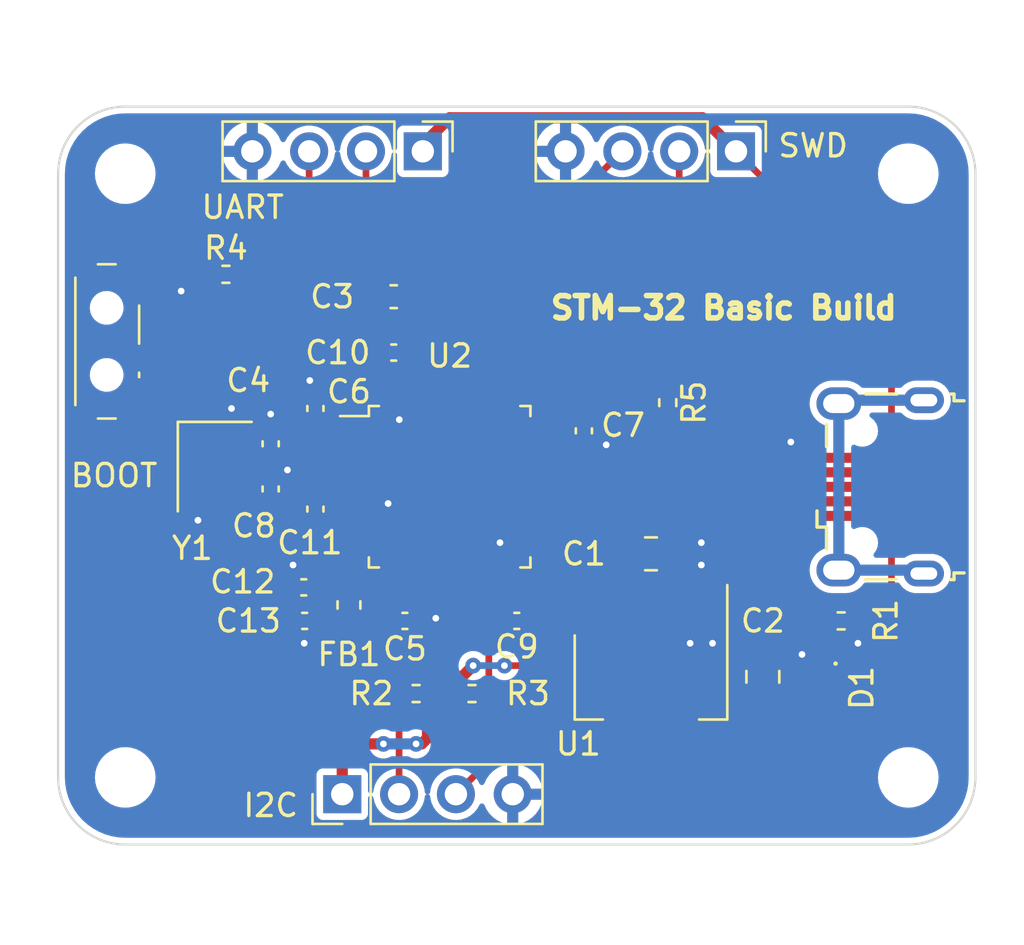
<source format=kicad_pcb>
(kicad_pcb (version 20211014) (generator pcbnew)
  (layers (0 "F.Cu" signal) (31 "B.Cu" power) (34 "B.Paste" user) (35 "F.Paste" user) (36 "B.SilkS" user "B.Silkscreen") (37 "F.SilkS" user "F.Silkscreen") (38 "B.Mask" user) (39 "F.Mask" user) (44 "Edge.Cuts" user))
  (net 0 "")
  (net 1 "VBUS")
  (net 2 "GND")
  (net 3 "+3V3")
  (net 4 "/HSE_IN")
  (net 5 "/NRST")
  (net 6 "/HSE_OUT")
  (net 7 "+3.3VA")
  (net 8 "Net-(D1-Pad1)")
  (net 9 "/I2C2_SCL")
  (net 10 "/I2C2_SDA")
  (net 11 "/UART1_TX")
  (net 12 "/UART1_RX")
  (net 13 "/SWDIO")
  (net 14 "/SWCLK")
  (net 15 "/USB_D-")
  (net 16 "/USB_D+")
  (net 18 "unconnected-(J4-Pad6)")
  (net 19 "/SW_BOOT0")
  (net 20 "/BOOT0")
  (footprint "Crystal:Crystal_SMD_3225-4Pin_3.2x2.5mm" (layer "F.Cu") (at 158.5 114.6 -90)
    (fp_text reference "Y1" (at 3.65 1 180) (layer "F.SilkS"))
    (fp_text value "16MHz")
    (fp_line (start -2 1.65) (end 2 1.65) (layer "F.SilkS") (width 0.12))
    (fp_line (start -2 -1.65) (end -2 1.65) (layer "F.SilkS") (width 0.12))
    (pad "1" smd rect (at -1.1 0.85 270) (size 1.4 1.2) (layers "F.Cu" "F.Paste" "F.Mask") (net 4 "/HSE_IN"))
    (pad "2" smd rect (at 1.1 0.85 270) (size 1.4 1.2) (layers "F.Cu" "F.Paste" "F.Mask") (net 2 "GND"))
    (pad "3" smd rect (at 1.1 -0.85 270) (size 1.4 1.2) (layers "F.Cu" "F.Paste" "F.Mask") (net 6 "/HSE_OUT"))
    (pad "4" smd rect (at -1.1 -0.85 270) (size 1.4 1.2) (layers "F.Cu" "F.Paste" "F.Mask") (net 2 "GND"))
  )
  (footprint "Capacitor_SMD:C_0402_1005Metric" (layer "F.Cu") (at 161 115.6 90)
    (fp_text reference "C8" (at -1.65 -0.75 180) (layer "F.SilkS"))
    (fp_text value "10p")
    (fp_line (start -0.107836 -0.36) (end 0.107836 -0.36) (layer "F.SilkS") (width 0.12))
    (fp_line (start -0.107836 0.36) (end 0.107836 0.36) (layer "F.SilkS") (width 0.12))
    (pad "1" smd roundrect (at -0.48 0 90) (size 0.56 0.62) (layers "F.Cu" "F.Paste" "F.Mask") (net 6 "/HSE_OUT"))
    (pad "2" smd roundrect (at 0.48 0 90) (size 0.56 0.62) (layers "F.Cu" "F.Paste" "F.Mask") (net 2 "GND"))
  )
  (footprint "Connector_PinHeader_2.54mm:PinHeader_1x04_P2.54mm_Vertical" (layer "F.Cu") (at 181.8 100.5 -90)
    (fp_text reference "J3")
    (fp_text value "Conn_01x04_Male")
    (fp_line (start -1.33 0) (end -1.33 -1.33) (layer "F.SilkS") (width 0.12))
    (fp_line (start -1.33 -1.33) (end 0 -1.33) (layer "F.SilkS") (width 0.12))
    (fp_line (start -1.33 1.27) (end 1.33 1.27) (layer "F.SilkS") (width 0.12))
    (fp_line (start 1.33 1.27) (end 1.33 8.95) (layer "F.SilkS") (width 0.12))
    (fp_line (start -1.33 1.27) (end -1.33 8.95) (layer "F.SilkS") (width 0.12))
    (fp_line (start -1.33 8.95) (end 1.33 8.95) (layer "F.SilkS") (width 0.12))
    (pad "1" thru_hole rect (at 0 0 270) (size 1.7 1.7) (drill 1) (layers *.Cu *.Mask) (net 3 "+3V3"))
    (pad "2" thru_hole oval (at 0 2.54 270) (size 1.7 1.7) (drill 1) (layers *.Cu *.Mask) (net 13 "/SWDIO"))
    (pad "3" thru_hole oval (at 0 5.08 270) (size 1.7 1.7) (drill 1) (layers *.Cu *.Mask) (net 14 "/SWCLK"))
    (pad "4" thru_hole oval (at 0 7.62 270) (size 1.7 1.7) (drill 1) (layers *.Cu *.Mask) (net 2 "GND"))
  )
  (footprint "Capacitor_SMD:C_0402_1005Metric" (layer "F.Cu") (at 163 112 90)
    (fp_text reference "C6" (at 0.75 1.5 180) (layer "F.SilkS"))
    (fp_text value "100n")
    (fp_line (start -0.107836 -0.36) (end 0.107836 -0.36) (layer "F.SilkS") (width 0.12))
    (fp_line (start -0.107836 0.36) (end 0.107836 0.36) (layer "F.SilkS") (width 0.12))
    (pad "1" smd roundrect (at -0.48 0 90) (size 0.56 0.62) (layers "F.Cu" "F.Paste" "F.Mask") (net 3 "+3V3"))
    (pad "2" smd roundrect (at 0.48 0 90) (size 0.56 0.62) (layers "F.Cu" "F.Paste" "F.Mask") (net 2 "GND"))
  )
  (footprint "Resistor_SMD:R_0402_1005Metric" (layer "F.Cu") (at 159 106)
    (fp_text reference "R4" (at 0 -1.17) (layer "F.SilkS"))
    (fp_text value "10k")
    (fp_line (start -0.153641 -0.38) (end 0.153641 -0.38) (layer "F.SilkS") (width 0.12))
    (fp_line (start -0.153641 0.38) (end 0.153641 0.38) (layer "F.SilkS") (width 0.12))
    (pad "1" smd roundrect (at -0.51 0) (size 0.54 0.64) (layers "F.Cu" "F.Paste" "F.Mask") (net 19 "/SW_BOOT0"))
    (pad "2" smd roundrect (at 0.51 0) (size 0.54 0.64) (layers "F.Cu" "F.Paste" "F.Mask") (net 20 "/BOOT0"))
  )
  (footprint "Capacitor_SMD:C_0402_1005Metric" (layer "F.Cu") (at 161 113.58 90)
    (fp_text reference "C4" (at 2.83 -1 180) (layer "F.SilkS"))
    (fp_text value "10p")
    (fp_line (start -0.107836 -0.36) (end 0.107836 -0.36) (layer "F.SilkS") (width 0.12))
    (fp_line (start -0.107836 0.36) (end 0.107836 0.36) (layer "F.SilkS") (width 0.12))
    (pad "1" smd roundrect (at -0.48 0 90) (size 0.56 0.62) (layers "F.Cu" "F.Paste" "F.Mask") (net 4 "/HSE_IN"))
    (pad "2" smd roundrect (at 0.48 0 90) (size 0.56 0.62) (layers "F.Cu" "F.Paste" "F.Mask") (net 2 "GND"))
  )
  (footprint "Resistor_SMD:R_0402_1005Metric" (layer "F.Cu") (at 178.75 111.74 -90)
    (fp_text reference "R5" (at 0 -1.17 90) (layer "F.SilkS"))
    (fp_text value "1k5")
    (fp_line (start -0.153641 0.38) (end 0.153641 0.38) (layer "F.SilkS") (width 0.12))
    (fp_line (start -0.153641 -0.38) (end 0.153641 -0.38) (layer "F.SilkS") (width 0.12))
    (pad "1" smd roundrect (at -0.51 0 270) (size 0.54 0.64) (layers "F.Cu" "F.Paste" "F.Mask") (net 3 "+3V3"))
    (pad "2" smd roundrect (at 0.51 0 270) (size 0.54 0.64) (layers "F.Cu" "F.Paste" "F.Mask") (net 16 "/USB_D+"))
  )
  (footprint "Capacitor_SMD:C_0805_2012Metric" (layer "F.Cu") (at 178 118.5)
    (fp_text reference "C1" (at -3 0) (layer "F.SilkS"))
    (fp_text value "22u")
    (fp_line (start -0.261252 -0.735) (end 0.261252 -0.735) (layer "F.SilkS") (width 0.12))
    (fp_line (start -0.261252 0.735) (end 0.261252 0.735) (layer "F.SilkS") (width 0.12))
    (pad "1" smd roundrect (at -0.95 0) (size 1 1.45) (layers "F.Cu" "F.Paste" "F.Mask") (net 1 "VBUS"))
    (pad "2" smd roundrect (at 0.95 0) (size 1 1.45) (layers "F.Cu" "F.Paste" "F.Mask") (net 2 "GND"))
  )
  (footprint "MountingHole:MountingHole_2.1mm" (layer "F.Cu") (at 154.5 101.5)
    (fp_text reference "H4")
    (fp_text value "MountingHole")
    (pad "" np_thru_hole circle (at 0 0) (size 2.1 2.1) (drill 2.1) (layers *.Cu *.Mask))
  )
  (footprint "Capacitor_SMD:C_0402_1005Metric" (layer "F.Cu") (at 172 121.5 180)
    (fp_text reference "C9" (at 0 -1.16) (layer "F.SilkS"))
    (fp_text value "100n")
    (fp_line (start -0.107836 0.36) (end 0.107836 0.36) (layer "F.SilkS") (width 0.12))
    (fp_line (start -0.107836 -0.36) (end 0.107836 -0.36) (layer "F.SilkS") (width 0.12))
    (pad "1" smd roundrect (at -0.48 0 180) (size 0.56 0.62) (layers "F.Cu" "F.Paste" "F.Mask") (net 3 "+3V3"))
    (pad "2" smd roundrect (at 0.48 0 180) (size 0.56 0.62) (layers "F.Cu" "F.Paste" "F.Mask") (net 2 "GND"))
  )
  (footprint "Button_Switch_SMD:SW_SPDT_PCM12" (layer "F.Cu") (at 154 109 -90)
    (fp_text reference "SW1")
    (fp_text value "SW_SPDT")
    (fp_line (start 3.45 0.72) (end 3.45 -0.07) (layer "F.SilkS") (width 0.12))
    (fp_line (start -2.85 1.73) (end 2.85 1.73) (layer "F.SilkS") (width 0.12))
    (fp_line (start 1.4 -1.12) (end 1.6 -1.12) (layer "F.SilkS") (width 0.12))
    (fp_line (start -1.6 -1.12) (end 0.1 -1.12) (layer "F.SilkS") (width 0.12))
    (fp_line (start -3.45 -0.07) (end -3.45 0.72) (layer "F.SilkS") (width 0.12))
    (pad "" np_thru_hole circle (at -1.5 0.33 270) (size 0.9 0.9) (drill 0.9) (layers *.Cu *.Mask))
    (pad "" smd rect (at -3.65 -0.78 270) (size 1 0.8) (layers "F.Cu" "F.Paste" "F.Mask"))
    (pad "" smd rect (at 3.65 1.43 270) (size 1 0.8) (layers "F.Cu" "F.Paste" "F.Mask"))
    (pad "" smd rect (at -3.65 1.43 270) (size 1 0.8) (layers "F.Cu" "F.Paste" "F.Mask"))
    (pad "" smd rect (at 3.65 -0.78 270) (size 1 0.8) (layers "F.Cu" "F.Paste" "F.Mask"))
    (pad "" np_thru_hole circle (at 1.5 0.33 270) (size 0.9 0.9) (drill 0.9) (layers *.Cu *.Mask))
    (pad "1" smd rect (at -2.25 -1.43 270) (size 0.7 1.5) (layers "F.Cu" "F.Paste" "F.Mask") (net 2 "GND"))
    (pad "2" smd rect (at 0.75 -1.43 270) (size 0.7 1.5) (layers "F.Cu" "F.Paste" "F.Mask") (net 19 "/SW_BOOT0"))
    (pad "3" smd rect (at 2.25 -1.43 270) (size 0.7 1.5) (layers "F.Cu" "F.Paste" "F.Mask") (net 3 "+3V3"))
  )
  (footprint "Capacitor_SMD:C_0805_2012Metric" (layer "F.Cu") (at 183 124 90)
    (fp_text reference "C2" (at 2.5 0 180) (layer "F.SilkS"))
    (fp_text value "22u")
    (fp_line (start -0.261252 0.735) (end 0.261252 0.735) (layer "F.SilkS") (width 0.12))
    (fp_line (start -0.261252 -0.735) (end 0.261252 -0.735) (layer "F.SilkS") (width 0.12))
    (pad "1" smd roundrect (at -0.95 0 90) (size 1 1.45) (layers "F.Cu" "F.Paste" "F.Mask") (net 3 "+3V3"))
    (pad "2" smd roundrect (at 0.95 0 90) (size 1 1.45) (layers "F.Cu" "F.Paste" "F.Mask") (net 2 "GND"))
  )
  (footprint "Capacitor_SMD:C_0402_1005Metric" (layer "F.Cu") (at 175 113 -90)
    (fp_text reference "C7" (at -0.25 -1.75 180) (layer "F.SilkS"))
    (fp_text value "100n")
    (fp_line (start -0.107836 0.36) (end 0.107836 0.36) (layer "F.SilkS") (width 0.12))
    (fp_line (start -0.107836 -0.36) (end 0.107836 -0.36) (layer "F.SilkS") (width 0.12))
    (pad "1" smd roundrect (at -0.48 0 270) (size 0.56 0.62) (layers "F.Cu" "F.Paste" "F.Mask") (net 3 "+3V3"))
    (pad "2" smd roundrect (at 0.48 0 270) (size 0.56 0.62) (layers "F.Cu" "F.Paste" "F.Mask") (net 2 "GND"))
  )
  (footprint "Package_TO_SOT_SMD:SOT-223-3_TabPin2" (layer "F.Cu") (at 178 124 -90)
    (fp_text reference "U1" (at 3 3.25 180) (layer "F.SilkS"))
    (fp_text value "AMS1117-3.3")
    (fp_line (start -4.1 -3.41) (end 1.91 -3.41) (layer "F.SilkS") (width 0.12))
    (fp_line (start 1.91 3.41) (end 1.91 2.15) (layer "F.SilkS") (width 0.12))
    (fp_line (start -1.85 3.41) (end 1.91 3.41) (layer "F.SilkS") (width 0.12))
    (fp_line (start 1.91 -3.41) (end 1.91 -2.15) (layer "F.SilkS") (width 0.12))
    (pad "1" smd rect (at -3.15 -2.3 270) (size 2 1.5) (layers "F.Cu" "F.Paste" "F.Mask") (net 2 "GND"))
    (pad "2" smd rect (at -3.15 0 270) (size 2 1.5) (layers "F.Cu" "F.Paste" "F.Mask") (net 3 "+3V3"))
    (pad "2" smd rect (at 3.15 0 270) (size 2 3.8) (layers "F.Cu" "F.Paste" "F.Mask") (net 3 "+3V3"))
    (pad "3" smd rect (at -3.15 2.3 270) (size 2 1.5) (layers "F.Cu" "F.Paste" "F.Mask") (net 1 "VBUS"))
  )
  (footprint "Resistor_SMD:R_0402_1005Metric" (layer "F.Cu") (at 186.5 121.5)
    (fp_text reference "R1" (at 2 0 90) (layer "F.SilkS"))
    (fp_text value "1k5")
    (fp_line (start -0.153641 0.38) (end 0.153641 0.38) (layer "F.SilkS") (width 0.12))
    (fp_line (start -0.153641 -0.38) (end 0.153641 -0.38) (layer "F.SilkS") (width 0.12))
    (pad "1" smd roundrect (at -0.51 0) (size 0.54 0.64) (layers "F.Cu" "F.Paste" "F.Mask") (net 8 "Net-(D1-Pad1)"))
    (pad "2" smd roundrect (at 0.51 0) (size 0.54 0.64) (layers "F.Cu" "F.Paste" "F.Mask") (net 2 "GND"))
  )
  (footprint "Capacitor_SMD:C_0402_1005Metric" (layer "F.Cu") (at 162.48 120 180)
    (fp_text reference "C12" (at 2.73 0.25) (layer "F.SilkS"))
    (fp_text value "1u")
    (fp_line (start -0.107836 -0.36) (end 0.107836 -0.36) (layer "F.SilkS") (width 0.12))
    (fp_line (start -0.107836 0.36) (end 0.107836 0.36) (layer "F.SilkS") (width 0.12))
    (pad "1" smd roundrect (at -0.48 0 180) (size 0.56 0.62) (layers "F.Cu" "F.Paste" "F.Mask") (net 7 "+3.3VA"))
    (pad "2" smd roundrect (at 0.48 0 180) (size 0.56 0.62) (layers "F.Cu" "F.Paste" "F.Mask") (net 2 "GND"))
  )
  (footprint "Inductor_SMD:L_0603_1608Metric" (layer "F.Cu") (at 164.5 120.7875 -90)
    (fp_text reference "FB1" (at 2.2125 0) (layer "F.SilkS"))
    (fp_text value "120R")
    (fp_line (start -0.162779 0.51) (end 0.162779 0.51) (layer "F.SilkS") (width 0.12))
    (fp_line (start -0.162779 -0.51) (end 0.162779 -0.51) (layer "F.SilkS") (width 0.12))
    (pad "1" smd roundrect (at -0.7875 0 270) (size 0.875 0.95) (layers "F.Cu" "F.Paste" "F.Mask") (net 7 "+3.3VA"))
    (pad "2" smd roundrect (at 0.7875 0 270) (size 0.875 0.95) (layers "F.Cu" "F.Paste" "F.Mask") (net 3 "+3V3"))
  )
  (footprint "Capacitor_SMD:C_0402_1005Metric" (layer "F.Cu") (at 162.52 121.5)
    (fp_text reference "C13" (at -2.52 0) (layer "F.SilkS"))
    (fp_text value "1u")
    (fp_line (start -0.107836 0.36) (end 0.107836 0.36) (layer "F.SilkS") (width 0.12))
    (fp_line (start -0.107836 -0.36) (end 0.107836 -0.36) (layer "F.SilkS") (width 0.12))
    (pad "1" smd roundrect (at -0.48 0) (size 0.56 0.62) (layers "F.Cu" "F.Paste" "F.Mask") (net 3 "+3V3"))
    (pad "2" smd roundrect (at 0.48 0) (size 0.56 0.62) (layers "F.Cu" "F.Paste" "F.Mask") (net 2 "GND"))
  )
  (footprint "Connector_PinHeader_2.54mm:PinHeader_1x04_P2.54mm_Vertical" (layer "F.Cu") (at 164.2 129.25 90)
    (fp_text reference "J1")
    (fp_text value "Conn_01x04_Male")
    (fp_line (start -1.33 0) (end -1.33 -1.33) (layer "F.SilkS") (width 0.12))
    (fp_line (start -1.33 1.27) (end 1.33 1.27) (layer "F.SilkS") (width 0.12))
    (fp_line (start -1.33 -1.33) (end 0 -1.33) (layer "F.SilkS") (width 0.12))
    (fp_line (start -1.33 1.27) (end -1.33 8.95) (layer "F.SilkS") (width 0.12))
    (fp_line (start 1.33 1.27) (end 1.33 8.95) (layer "F.SilkS") (width 0.12))
    (fp_line (start -1.33 8.95) (end 1.33 8.95) (layer "F.SilkS") (width 0.12))
    (pad "1" thru_hole rect (at 0 0 90) (size 1.7 1.7) (drill 1) (layers *.Cu *.Mask) (net 3 "+3V3"))
    (pad "2" thru_hole oval (at 0 2.54 90) (size 1.7 1.7) (drill 1) (layers *.Cu *.Mask) (net 9 "/I2C2_SCL"))
    (pad "3" thru_hole oval (at 0 5.08 90) (size 1.7 1.7) (drill 1) (layers *.Cu *.Mask) (net 10 "/I2C2_SDA"))
    (pad "4" thru_hole oval (at 0 7.62 90) (size 1.7 1.7) (drill 1) (layers *.Cu *.Mask) (net 2 "GND"))
  )
  (footprint "MountingHole:MountingHole_2.1mm" (layer "F.Cu") (at 154.5 128.5)
    (fp_text reference "H1")
    (fp_text value "MountingHole")
    (pad "" np_thru_hole circle (at 0 0) (size 2.1 2.1) (drill 2.1) (layers *.Cu *.Mask))
  )
  (footprint "Capacitor_SMD:C_0402_1005Metric" (layer "F.Cu") (at 166.5 109.5)
    (fp_text reference "C10" (at -2.5 0) (layer "F.SilkS"))
    (fp_text value "100n")
    (fp_line (start -0.107836 0.36) (end 0.107836 0.36) (layer "F.SilkS") (width 0.12))
    (fp_line (start -0.107836 -0.36) (end 0.107836 -0.36) (layer "F.SilkS") (width 0.12))
    (pad "1" smd roundrect (at -0.48 0) (size 0.56 0.62) (layers "F.Cu" "F.Paste" "F.Mask") (net 3 "+3V3"))
    (pad "2" smd roundrect (at 0.48 0) (size 0.56 0.62) (layers "F.Cu" "F.Paste" "F.Mask") (net 2 "GND"))
  )
  (footprint "Capacitor_SMD:C_0402_1005Metric" (layer "F.Cu") (at 163 116.5 90)
    (fp_text reference "C11" (at -1.5 -0.25 180) (layer "F.SilkS"))
    (fp_text value "10n")
    (fp_line (start -0.107836 -0.36) (end 0.107836 -0.36) (layer "F.SilkS") (width 0.12))
    (fp_line (start -0.107836 0.36) (end 0.107836 0.36) (layer "F.SilkS") (width 0.12))
    (pad "1" smd roundrect (at -0.48 0 90) (size 0.56 0.62) (layers "F.Cu" "F.Paste" "F.Mask") (net 7 "+3.3VA"))
    (pad "2" smd roundrect (at 0.48 0 90) (size 0.56 0.62) (layers "F.Cu" "F.Paste" "F.Mask") (net 2 "GND"))
  )
  (footprint "MountingHole:MountingHole_2.1mm" (layer "F.Cu") (at 189.5 128.5)
    (fp_text reference "H2")
    (fp_text value "MountingHole")
    (pad "" np_thru_hole circle (at 0 0) (size 2.1 2.1) (drill 2.1) (layers *.Cu *.Mask))
  )
  (footprint "Capacitor_SMD:C_0603_1608Metric" (layer "F.Cu") (at 166.5 107)
    (fp_text reference "C3" (at -2.75 0) (layer "F.SilkS"))
    (fp_text value "10u")
    (fp_line (start -0.14058 0.51) (end 0.14058 0.51) (layer "F.SilkS") (width 0.12))
    (fp_line (start -0.14058 -0.51) (end 0.14058 -0.51) (layer "F.SilkS") (width 0.12))
    (pad "1" smd roundrect (at -0.775 0) (size 0.9 0.95) (layers "F.Cu" "F.Paste" "F.Mask") (net 3 "+3V3"))
    (pad "2" smd roundrect (at 0.775 0) (size 0.9 0.95) (layers "F.Cu" "F.Paste" "F.Mask") (net 2 "GND"))
  )
  (footprint "Connector_PinHeader_2.54mm:PinHeader_1x04_P2.54mm_Vertical" (layer "F.Cu") (at 167.8 100.5 -90)
    (fp_text reference "J2")
    (fp_text value "Conn_01x04_Male")
    (fp_line (start -1.33 -1.33) (end 0 -1.33) (layer "F.SilkS") (width 0.12))
    (fp_line (start -1.33 8.95) (end 1.33 8.95) (layer "F.SilkS") (width 0.12))
    (fp_line (start -1.33 1.27) (end 1.33 1.27) (layer "F.SilkS") (width 0.12))
    (fp_line (start -1.33 0) (end -1.33 -1.33) (layer "F.SilkS") (width 0.12))
    (fp_line (start -1.33 1.27) (end -1.33 8.95) (layer "F.SilkS") (width 0.12))
    (fp_line (start 1.33 1.27) (end 1.33 8.95) (layer "F.SilkS") (width 0.12))
    (pad "1" thru_hole rect (at 0 0 270) (size 1.7 1.7) (drill 1) (layers *.Cu *.Mask) (net 3 "+3V3"))
    (pad "2" thru_hole oval (at 0 2.54 270) (size 1.7 1.7) (drill 1) (layers *.Cu *.Mask) (net 11 "/UART1_TX"))
    (pad "3" thru_hole oval (at 0 5.08 270) (size 1.7 1.7) (drill 1) (layers *.Cu *.Mask) (net 12 "/UART1_RX"))
    (pad "4" thru_hole oval (at 0 7.62 270) (size 1.7 1.7) (drill 1) (layers *.Cu *.Mask) (net 2 "GND"))
  )
  (footprint "Resistor_SMD:R_0402_1005Metric" (layer "F.Cu") (at 167.5 124.75 180)
    (fp_text reference "R2" (at 2 0) (layer "F.SilkS"))
    (fp_text value "1k5")
    (fp_line (start -0.153641 -0.38) (end 0.153641 -0.38) (layer "F.SilkS") (width 0.12))
    (fp_line (start -0.153641 0.38) (end 0.153641 0.38) (layer "F.SilkS") (width 0.12))
    (pad "1" smd roundrect (at -0.51 0 180) (size 0.54 0.64) (layers "F.Cu" "F.Paste" "F.Mask") (net 3 "+3V3"))
    (pad "2" smd roundrect (at 0.51 0 180) (size 0.54 0.64) (layers "F.Cu" "F.Paste" "F.Mask") (net 9 "/I2C2_SCL"))
  )
  (footprint "Package_QFP:LQFP-48_7x7mm_P0.5mm" (layer "F.Cu") (at 169 115.5)
    (fp_text reference "U2" (at 0 -5.85) (layer "F.SilkS"))
    (fp_text value "STM32F103C8T6")
    (fp_line (start -3.16 3.61) (end -3.61 3.61) (layer "F.SilkS") (width 0.12))
    (fp_line (start -3.61 -3.16) (end -4.9 -3.16) (layer "F.SilkS") (width 0.12))
    (fp_line (start 3.61 -3.61) (end 3.61 -3.16) (layer "F.SilkS") (width 0.12))
    (fp_line (start -3.61 3.61) (end -3.61 3.16) (layer "F.SilkS") (width 0.12))
    (fp_line (start 3.16 3.61) (end 3.61 3.61) (layer "F.SilkS") (width 0.12))
    (fp_line (start -3.16 -3.61) (end -3.61 -3.61) (layer "F.SilkS") (width 0.12))
    (fp_line (start 3.61 3.61) (end 3.61 3.16) (layer "F.SilkS") (width 0.12))
    (fp_line (start -3.61 -3.61) (end -3.61 -3.16) (layer "F.SilkS") (width 0.12))
    (fp_line (start 3.16 -3.61) (end 3.61 -3.61) (layer "F.SilkS") (width 0.12))
    (pad "1" smd roundrect (at -4.1625 -2.75) (size 1.475 0.3) (layers "F.Cu" "F.Paste" "F.Mask") (net 3 "+3V3"))
    (pad "2" smd roundrect (at -4.1625 -2.25) (size 1.475 0.3) (layers "F.Cu" "F.Paste" "F.Mask"))
    (pad "3" smd roundrect (at -4.1625 -1.75) (size 1.475 0.3) (layers "F.Cu" "F.Paste" "F.Mask"))
    (pad "4" smd roundrect (at -4.1625 -1.25) (size 1.475 0.3) (layers "F.Cu" "F.Paste" "F.Mask"))
    (pad "5" smd roundrect (at -4.1625 -0.75) (size 1.475 0.3) (layers "F.Cu" "F.Paste" "F.Mask") (net 4 "/HSE_IN"))
    (pad "6" smd roundrect (at -4.1625 -0.25) (size 1.475 0.3) (layers "F.Cu" "F.Paste" "F.Mask") (net 6 "/HSE_OUT"))
    (pad "7" smd roundrect (at -4.1625 0.25) (size 1.475 0.3) (layers "F.Cu" "F.Paste" "F.Mask") (net 5 "/NRST"))
    (pad "8" smd roundrect (at -4.1625 0.75) (size 1.475 0.3) (layers "F.Cu" "F.Paste" "F.Mask") (net 2 "GND"))
    (pad "9" smd roundrect (at -4.1625 1.25) (size 1.475 0.3) (layers "F.Cu" "F.Paste" "F.Mask") (net 7 "+3.3VA"))
    (pad "10" smd roundrect (at -4.1625 1.75) (size 1.475 0.3) (layers "F.Cu" "F.Paste" "F.Mask"))
    (pad "11" smd roundrect (at -4.1625 2.25) (size 1.475 0.3) (layers "F.Cu" "F.Paste" "F.Mask"))
    (pad "12" smd roundrect (at -4.1625 2.75) (size 1.475 0.3) (layers "F.Cu" "F.Paste" "F.Mask"))
    (pad "13" smd roundrect (at -2.75 4.1625) (size 0.3 1.475) (layers "F.Cu" "F.Paste" "F.Mask"))
    (pad "14" smd roundrect (at -2.25 4.1625) (size 0.3 1.475) (layers "F.Cu" "F.Paste" "F.Mask"))
    (pad "15" smd roundrect (at -1.75 4.1625) (size 0.3 1.475) (layers "F.Cu" "F.Paste" "F.Mask"))
    (pad "16" smd roundrect (at -1.25 4.1625) (size 0.3 1.475) (layers "F.Cu" "F.Paste" "F.Mask"))
    (pad "17" smd roundrect (at -0.75 4.1625) (size 0.3 1.475) (layers "F.Cu" "F.Paste" "F.Mask"))
    (pad "18" smd roundrect (at -0.25 4.1625) (size 0.3 1.475) (layers "F.Cu" "F.Paste" "F.Mask"))
    (pad "19" smd roundrect (at 0.25 4.1625) (size 0.3 1.475) (layers "F.Cu" "F.Paste" "F.Mask"))
    (pad "20" smd roundrect (at 0.75 4.1625) (size 0.3 1.475) (layers "F.Cu" "F.Paste" "F.Mask"))
    (pad "21" smd roundrect (at 1.25 4.1625) (size 0.3 1.475) (layers "F.Cu" "F.Paste" "F.Mask") (net 9 "/I2C2_SCL"))
    (pad "22" smd roundrect (at 1.75 4.1625) (size 0.3 1.475) (layers "F.Cu" "F.Paste" "F.Mask") (net 10 "/I2C2_SDA"))
    (pad "23" smd roundrect (at 2.25 4.1625) (size 0.3 1.475) (layers "F.Cu" "F.Paste" "F.Mask") (net 2 "GND"))
    (pad "24" smd roundrect (at 2.75 4.1625) (size 0.3 1.475) (layers "F.Cu" "F.Paste" "F.Mask") (net 3 "+3V3"))
    (pad "25" smd roundrect (at 4.1625 2.75) (size 1.475 0.3) (layers "F.Cu" "F.Paste" "F.Mask"))
    (pad "26" smd roundrect (at 4.1625 2.25) (size 1.475 0.3) (layers "F.Cu" "F.Paste" "F.Mask"))
    (pad "27" smd roundrect (at 4.1625 1.75) (size 1.475 0.3) (layers "F.Cu" "F.Paste" "F.Mask"))
    (pad "28" smd roundrect (at 4.1625 1.25) (size 1.475 0.3) (layers "F.Cu" "F.Paste" "F.Mask"))
    (pad "29" smd roundrect (at 4.1625 0.75) (size 1.475 0.3) (layers "F.Cu" "F.Paste" "F.Mask"))
    (pad "30" smd roundrect (at 4.1625 0.25) (size 1.475 0.3) (layers "F.Cu" "F.Paste" "F.Mask"))
    (pad "31" smd roundrect (at 4.1625 -0.25) (size 1.475 0.3) (layers "F.Cu" "F.Paste" "F.Mask"))
    (pad "32" smd roundrect (at 4.1625 -0.75) (size 1.475 0.3) (layers "F.Cu" "F.Paste" "F.Mask") (net 15 "/USB_D-"))
    (pad "33" smd roundrect (at 4.1625 -1.25) (size 1.475 0.3) (layers "F.Cu" "F.Paste" "F.Mask") (net 16 "/USB_D+"))
    (pad "34" smd roundrect (at 4.1625 -1.75) (size 1.475 0.3) (layers "F.Cu" "F.Paste" "F.Mask") (net 13 "/SWDIO"))
    (pad "35" smd roundrect (at 4.1625 -2.25) (size 1.475 0.3) (layers "F.Cu" "F.Paste" "F.Mask") (net 2 "GND"))
    (pad "36" smd roundrect (at 4.1625 -2.75) (size 1.475 0.3) (layers "F.Cu" "F.Paste" "F.Mask") (net 3 "+3V3"))
    (pad "37" smd roundrect (at 2.75 -4.1625) (size 0.3 1.475) (layers "F.Cu" "F.Paste" "F.Mask") (net 14 "/SWCLK"))
    (pad "38" smd roundrect (at 2.25 -4.1625) (size 0.3 1.475) (layers "F.Cu" "F.Paste" "F.Mask"))
    (pad "39" smd roundrect (at 1.75 -4.1625) (size 0.3 1.475) (layers "F.Cu" "F.Paste" "F.Mask"))
    (pad "40" smd roundrect (at 1.25 -4.1625) (size 0.3 1.475) (layers "F.Cu" "F.Paste" "F.Mask"))
    (pad "41" smd roundrect (at 0.75 -4.1625) (size 0.3 1.475) (layers "F.Cu" "F.Paste" "F.Mask"))
    (pad "42" smd roundrect (at 0.25 -4.1625) (size 0.3 1.475) (layers "F.Cu" "F.Paste" "F.Mask") (net 11 "/UART1_TX"))
    (pad "43" smd roundrect (at -0.25 -4.1625) (size 0.3 1.475) (layers "F.Cu" "F.Paste" "F.Mask") (net 12 "/UART1_RX"))
    (pad "44" smd roundrect (at -0.75 -4.1625) (size 0.3 1.475) (layers "F.Cu" "F.Paste" "F.Mask") (net 20 "/BOOT0"))
    (pad "45" smd roundrect (at -1.25 -4.1625) (size 0.3 1.475) (layers "F.Cu" "F.Paste" "F.Mask"))
    (pad "46" smd roundrect (at -1.75 -4.1625) (size 0.3 1.475) (layers "F.Cu" "F.Paste" "F.Mask"))
    (pad "47" smd roundrect (at -2.25 -4.1625) (size 0.3 1.475) (layers "F.Cu" "F.Paste" "F.Mask") (net 2 "GND"))
    (pad "48" smd roundrect (at -2.75 -4.1625) (size 0.3 1.475) (layers "F.Cu" "F.Paste" "F.Mask") (net 3 "+3V3"))
  )
  (footprint "Resistor_SMD:R_0402_1005Metric" (layer "F.Cu") (at 170 124.75)
    (fp_text reference "R3" (at 2.5 0) (layer "F.SilkS"))
    (fp_text value "1k5")
    (fp_line (start -0.153641 0.38) (end 0.153641 0.38) (layer "F.SilkS") (width 0.12))
    (fp_line (start -0.153641 -0.38) (end 0.153641 -0.38) (layer "F.SilkS") (width 0.12))
    (pad "1" smd roundrect (at -0.51 0) (size 0.54 0.64) (layers "F.Cu" "F.Paste" "F.Mask") (net 3 "+3V3"))
    (pad "2" smd roundrect (at 0.51 0) (size 0.54 0.64) (layers "F.Cu" "F.Paste" "F.Mask") (net 10 "/I2C2_SDA"))
  )
  (footprint "LED_SMD:LED_0402_1005Metric" (layer "F.Cu") (at 186.25 124.5 -90)
    (fp_text reference "D1" (at 0 -1.17 -90) (layer "F.SilkS"))
    (fp_text value "RED")
    (fp_circle (center -1.09 0) (end -1.04 0) (layer "F.SilkS") (width 0.1) (fill none))
    (pad "1" smd roundrect (at -0.485 0 270) (size 0.59 0.64) (layers "F.Cu" "F.Paste" "F.Mask") (net 8 "Net-(D1-Pad1)"))
    (pad "2" smd roundrect (at 0.485 0 270) (size 0.59 0.64) (layers "F.Cu" "F.Paste" "F.Mask") (net 3 "+3V3"))
  )
  (footprint "Capacitor_SMD:C_0402_1005Metric" (layer "F.Cu") (at 167 121.5)
    (fp_text reference "C5" (at 0 1.25) (layer "F.SilkS"))
    (fp_text value "100n")
    (fp_line (start -0.107836 0.36) (end 0.107836 0.36) (layer "F.SilkS") (width 0.12))
    (fp_line (start -0.107836 -0.36) (end 0.107836 -0.36) (layer "F.SilkS") (width 0.12))
    (pad "1" smd roundrect (at -0.48 0) (size 0.56 0.62) (layers "F.Cu" "F.Paste" "F.Mask") (net 5 "/NRST"))
    (pad "2" smd roundrect (at 0.48 0) (size 0.56 0.62) (layers "F.Cu" "F.Paste" "F.Mask") (net 2 "GND"))
  )
  (footprint "MountingHole:MountingHole_2.1mm" (layer "F.Cu") (at 189.5 101.5)
    (fp_text reference "H3")
    (fp_text value "MountingHole")
    (pad "" np_thru_hole circle (at 0 0) (size 2.1 2.1) (drill 2.1) (layers *.Cu *.Mask))
  )
  (footprint "Connector_USB:USB_Micro-B_Wuerth_629105150521" (layer "F.Cu") (at 188.245 115.505 90)
    (fp_text reference "J4")
    (fp_text value "USB_B_Micro")
    (fp_line (start -1.8 -2.4) (end -2.8 -2.4) (layer "F.SilkS") (width 0.15))
    (fp_line (start 3.85 3.75) (end 3.85 3.3) (layer "F.SilkS") (width 0.15))
    (fp_line (start 3.85 3.3) (end 4.15 3.3) (layer "F.SilkS") (width 0.15))
    (fp_line (start -4.15 3.3) (end -3.85 3.3) (layer "F.SilkS") (width 0.15))
    (fp_line (start -3.85 3.3) (end -3.85 3.75) (layer "F.SilkS") (width 0.15))
    (fp_line (start 1.8 -2.4) (end 2.8 -2.4) (layer "F.SilkS") (width 0.15))
    (fp_line (start -1.075 -2.825) (end -1.8 -2.825) (layer "F.SilkS") (width 0.15))
    (fp_line (start -4.15 -0.65) (end -4.15 0.75) (layer "F.SilkS") (width 0.15))
    (fp_line (start -4.15 3.15) (end -4.15 3.3) (layer "F.SilkS") (width 0.15))
    (fp_line (start 4.15 0.75) (end 4.15 -0.65) (layer "F.SilkS") (width 0.15))
    (fp_line (start -1.8 -2.825) (end -1.8 -2.4) (layer "F.SilkS") (width 0.15))
    (fp_line (start 4.15 3.3) (end 4.15 3.15) (layer "F.SilkS") (width 0.15))
    (pad "" np_thru_hole oval (at 2.5 -0.8 90) (size 0.8 0.8) (drill 0.8) (layers *.Cu *.Mask))
    (pad "" np_thru_hole oval (at -2.5 -0.8 90) (size 0.8 0.8) (drill 0.8) (layers *.Cu *.Mask))
    (pad "1" smd rect (at -1.3 -1.9 90) (size 0.45 1.3) (layers "F.Cu" "F.Paste" "F.Mask") (net 1 "VBUS"))
    (pad "2" smd rect (at -0.65 -1.9 90) (size 0.45 1.3) (layers "F.Cu" "F.Paste" "F.Mask") (net 15 "/USB_D-"))
    (pad "3" smd rect (at 0 -1.9 90) (size 0.45 1.3) (layers "F.Cu" "F.Paste" "F.Mask") (net 16 "/USB_D+"))
    (pad "4" smd rect (at 0.65 -1.9 90) (size 0.45 1.3) (layers "F.Cu" "F.Paste" "F.Mask"))
    (pad "5" smd rect (at 1.3 -1.9 90) (size 0.45 1.3) (layers "F.Cu" "F.Paste" "F.Mask") (net 2 "GND"))
    (pad "6" thru_hole oval (at 3.725 -1.85 90) (size 1.45 2) (drill oval 0.85 1.4) (layers *.Cu *.Mask) (net 18 "unconnected-(J4-Pad6)"))
    (pad "6" thru_hole oval (at 3.875 1.95 90) (size 1.15 1.8) (drill oval 0.55 1.2) (layers *.Cu *.Mask) (net 18 "unconnected-(J4-Pad6)"))
    (pad "6" thru_hole oval (at -3.875 1.95 90) (size 1.15 1.8) (drill oval 0.55 1.2) (layers *.Cu *.Mask) (net 18 "unconnected-(J4-Pad6)"))
    (pad "6" thru_hole oval (at -3.725 -1.85 90) (size 1.45 2) (drill oval 0.85 1.4) (layers *.Cu *.Mask) (net 18 "unconnected-(J4-Pad6)"))
  )
  (gr_line (start 154.5 98.5) (end 189.5 98.5) (layer "Edge.Cuts") (width 0.1))
  (gr_arc (start 151.5 101.5) (mid 152.37868 99.37868) (end 154.5 98.5) (layer "Edge.Cuts") (width 0.1))
  (gr_arc (start 192.5 128.5) (mid 191.62132 130.62132) (end 189.5 131.5) (layer "Edge.Cuts") (width 0.1))
  (gr_line (start 154.5 131.5) (end 189.5 131.5) (layer "Edge.Cuts") (width 0.1))
  (gr_line (start 151.5 101.5) (end 151.5 128.5) (layer "Edge.Cuts") (width 0.1))
  (gr_arc (start 189.5 98.5) (mid 191.62132 99.37868) (end 192.5 101.5) (layer "Edge.Cuts") (width 0.1))
  (gr_line (start 192.5 128.5) (end 192.5 101.5) (layer "Edge.Cuts") (width 0.1))
  (gr_arc (start 154.5 131.5) (mid 152.37868 130.62132) (end 151.5 128.5) (layer "Edge.Cuts") (width 0.1))
  (gr_text "I2C" (at 161 129.75) (layer "F.SilkS") (effects (font (size 1 1))))
  (gr_text "UART" (at 159.75 103) (layer "F.SilkS") (effects (font (size 1 1))))
  (gr_text "SWD" (at 185.25 100.25) (layer "F.SilkS") (effects (font (size 1 1))))
  (gr_text "BOOT\n" (at 154 115) (layer "F.SilkS") (effects (font (size 1 1))))
  (gr_text "STM-32 Basic Build" (at 181.25 107.5) (layer "F.SilkS") (effects (font (size 1 1) (thickness 0.25))))
  (segment (start 177.5 116.75) (end 177.555 116.805) (width 0.3) (layer "F.Cu") (net 1))
  (segment (start 177.05 117.2) (end 177.5 116.75) (width 0.3) (layer "F.Cu") (net 1))
  (segment (start 175.7 120.85) (end 175.7 119.85) (width 0.3) (layer "F.Cu") (net 1))
  (segment (start 177.555 116.805) (end 186.345 116.805) (width 0.3) (layer "F.Cu") (net 1))
  (segment (start 177.05 118.5) (end 177.05 117.2) (width 0.3) (layer "F.Cu") (net 1))
  (segment (start 175.7 119.85) (end 177.05 118.5) (width 0.3) (layer "F.Cu") (net 1))
  (segment (start 163.769639 116.02) (end 163 116.02) (width 0.3) (layer "F.Cu") (net 2))
  (segment (start 163 122) (end 162.5 122.5) (width 0.3) (layer "F.Cu") (net 2))
  (segment (start 166.98 110.269639) (end 166.98 109.5) (width 0.3) (layer "F.Cu") (net 2))
  (segment (start 163 121.5) (end 163 122) (width 0.3) (layer "F.Cu") (net 2))
  (segment (start 187.01 121.5) (end 187.01 122.26) (width 0.3) (layer "F.Cu") (net 2))
  (segment (start 155.43 106.75) (end 157 106.75) (width 0.3) (layer "F.Cu") (net 2))
  (segment (start 163.999639 116.25) (end 163.769639 116.02) (width 0.3) (layer "F.Cu") (net 2))
  (segment (start 161 115.12) (end 161.38 115.12) (width 0.5) (layer "F.Cu") (net 2))
  (segment (start 175 113.48) (end 175.854501 113.48) (width 0.3) (layer "F.Cu") (net 2))
  (segment (start 164.8375 116.25) (end 166.25 116.25) (width 0.3) (layer "F.Cu") (net 2))
  (segment (start 162 120) (end 162 119) (width 0.3) (layer "F.Cu") (net 2))
  (segment (start 166.75 111.3375) (end 166.75 112.5) (width 0.3) (layer "F.Cu") (net 2))
  (segment (start 164.8375 116.25) (end 163.999639 116.25) (width 0.3) (layer "F.Cu") (net 2))
  (segment (start 187.01 122.26) (end 187.25 122.5) (width 0.3) (layer "F.Cu") (net 2))
  (segment (start 171.25 121.269519) (end 171.480481 121.5) (width 0.3) (layer "F.Cu") (net 2))
  (segment (start 159.35 113.5) (end 159.35 112.1) (width 0.5) (layer "F.Cu") (net 2))
  (segment (start 174.230361 113.48) (end 175 113.48) (width 0.3) (layer "F.Cu") (net 2))
  (segment (start 163 111) (end 162.75 110.75) (width 0.3) (layer "F.Cu") (net 2))
  (segment (start 167.5 108.5) (end 167.5 107.225) (width 0.3) (layer "F.Cu") (net 2))
  (segment (start 157.65 116.9) (end 157.75 117) (width 0.5) (layer "F.Cu") (net 2))
  (segment (start 166.98 109.02) (end 167.5 108.5) (width 0.3) (layer "F.Cu") (net 2))
  (segment (start 166.98 109.5) (end 166.98 109.02) (width 0.3) (layer "F.Cu") (net 2))
  (segment (start 168.261118 121.5) (end 168.380559 121.380559) (width 0.3) (layer "F.Cu") (net 2))
  (segment (start 186.345 114.205) (end 184.955 114.205) (width 0.3) (layer "F.Cu") (net 2))
  (segment (start 159.35 112.1) (end 159.25 112) (width 0.5) (layer "F.Cu") (net 2))
  (segment (start 167.48 121.5) (end 168.261118 121.5) (width 0.3) (layer "F.Cu") (net 2))
  (segment (start 171.25 119.6625) (end 171.25 121.269519) (width 0.3) (layer "F.Cu") (net 2))
  (segment (start 184.955 114.205) (end 184.25 113.5) (width 0.3) (layer "F.Cu") (net 2))
  (segment (start 173.1625 113.25) (end 174.000361 113.25) (width 0.3) (layer "F.Cu") (net 2))
  (segment (start 161.38 115.12) (end 161.75 114.75) (width 0.5) (layer "F.Cu") (net 2))
  (segment (start 167.5 107.225) (end 167.275 107) (width 0.3) (layer "F.Cu") (net 2))
  (segment (start 174.000361 113.25) (end 174.230361 113.48) (width 0.3) (layer "F.Cu") (net 2))
  (segment (start 157.65 115.7) (end 157.65 116.9) (width 0.5) (layer "F.Cu") (net 2))
  (segment (start 163 111.52) (end 163 111) (width 0.3) (layer "F.Cu") (net 2))
  (segment (start 161 113.1) (end 161 112.25) (width 0.5) (layer "F.Cu") (net 2))
  (segment (start 171.25 119.6625) (end 171.25 118) (width 0.3) (layer "F.Cu") (net 2))
  (segment (start 166.75 110.499639) (end 166.98 110.269639) (width 0.3) (layer "F.Cu") (net 2))
  (segment (start 175.854501 113.48) (end 176 113.625499) (width 0.3) (layer "F.Cu") (net 2))
  (segment (start 166.75 111.3375) (end 166.75 110.499639) (width 0.3) (layer "F.Cu") (net 2))
  (via (at 162.75 110.75) (size 0.7) (drill 0.3) (layers "F.Cu" "B.Cu") (net 2))
  (via (at 166.75 112.5) (size 0.7) (drill 0.3) (layers "F.Cu" "B.Cu") (net 2))
  (via (at 187.25 122.5) (size 0.7) (drill 0.3) (layers "F.Cu" "B.Cu") (net 2))
  (via (at 161 112.25) (size 0.7) (drill 0.3) (layers "F.Cu" "B.Cu") (net 2))
  (via (at 180.75 122.5) (size 0.7) (drill 0.3) (layers "F.Cu" "B.Cu") (net 2))
  (via (at 184.25 113.5) (size 0.7) (drill 0.3) (layers "F.Cu" "B.Cu") (net 2))
  (via (at 179.75 122.5) (size 0.7) (drill 0.3) (layers "F.Cu" "B.Cu") (net 2))
  (via (at 161.75 114.75) (size 0.7) (drill 0.3) (layers "F.Cu" "B.Cu") (net 2))
  (via (at 166.25 116.25) (size 0.7) (drill 0.3) (layers "F.Cu" "B.Cu") (net 2))
  (via (at 159.25 112) (size 0.7) (drill 0.3) (layers "F.Cu" "B.Cu") (net 2))
  (via (at 171.25 118) (size 0.7) (drill 0.3) (layers "F.Cu" "B.Cu") (net 2))
  (via (at 162.5 122.5) (size 0.7) (drill 0.3) (layers "F.Cu" "B.Cu") (net 2))
  (via (at 180.25 118) (size 0.7) (drill 0.3) (layers "F.Cu" "B.Cu") (net 2))
  (via (at 162 119) (size 0.7) (drill 0.3) (layers "F.Cu" "B.Cu") (net 2))
  (via (at 176 113.625499) (size 0.7) (drill 0.3) (layers "F.Cu" "B.Cu") (net 2))
  (via (at 157 106.75) (size 0.7) (drill 0.3) (layers "F.Cu" "B.Cu") (net 2))
  (via (at 157.75 117) (size 0.7) (drill 0.3) (layers "F.Cu" "B.Cu") (net 2))
  (via (at 180.25 119) (size 0.7) (drill 0.3) (layers "F.Cu" "B.Cu") (net 2))
  (via (at 168.380559 121.380559) (size 0.7) (drill 0.3) (layers "F.Cu" "B.Cu") (net 2))
  (via (at 184.75 123) (size 0.7) (drill 0.3) (layers "F.Cu" "B.Cu") (net 2))
  (segment (start 168.01 124.75) (end 168.01 126.74) (width 0.5) (layer "F.Cu") (net 3))
  (segment (start 175 112.52) (end 175 112.5) (width 0.3) (layer "F.Cu") (net 3))
  (segment (start 164.5 124.25) (end 164.5 126.75) (width 0.5) (layer "F.Cu") (net 3))
  (segment (start 180.8 127.15) (end 183 124.95) (width 0.3) (layer "F.Cu") (net 3))
  (segment (start 162.04 121.5) (end 161.700489 121.839511) (width 0.5) (layer "F.Cu") (net 3))
  (segment (start 162.5 124.25) (end 164.5 124.25) (width 0.5) (layer "F.Cu") (net 3))
  (segment (start 167.75 127) (end 167.5 127) (width 0.5) (layer "F.Cu") (net 3))
  (segment (start 161.25 107) (end 161.75 107) (width 0.5) (layer "F.Cu") (net 3))
  (segment (start 175.5 130.5) (end 181.75 130.5) (width 0.3) (layer "F.Cu") (net 3))
  (segment (start 173.75 112.75) (end 174 112.5) (width 0.3) (layer "F.Cu") (net 3))
  (segment (start 185.9125 124.95) (end 186.25 125.2875) (width 0.3) (layer "F.Cu") (net 3))
  (segment (start 161.700489 121.839511) (end 161.700489 123.450489) (width 0.5) (layer "F.Cu") (net 3))
  (segment (start 173 121.5) (end 174.25 122.75) (width 0.3) (layer "F.Cu") (net 3))
  (segment (start 183 124.95) (end 184.8 124.95) (width 0.3) (layer "F.Cu") (net 3))
  (segment (start 164.2 127.55) (end 164.2 129.25) (width 0.5) (layer "F.Cu") (net 3))
  (segment (start 164.5 126.75) (end 164.75 127) (width 0.5) (layer "F.Cu") (net 3))
  (segment (start 180.3 99) (end 181.8 100.5) (width 0.5) (layer "F.Cu") (net 3))
  (segment (start 161.700489 123.450489) (end 162.5 124.25) (width 0.5) (layer "F.Cu") (net 3))
  (segment (start 163.27 112.75) (end 163 112.48) (width 0.3) (layer "F.Cu") (net 3))
  (segment (start 171.75 119.6625) (end 172.48 120.3925) (width 0.3) (layer "F.Cu") (net 3))
  (segment (start 183 129.25) (end 184.75 129.25) (width 0.3) (layer "F.Cu") (net 3))
  (segment (start 186.25 125.2875) (end 188.2125 125.2875) (width 0.3) (layer "F.Cu") (net 3))
  (segment (start 166.25 110.75) (end 166 110.5) (width 0.3) (layer "F.Cu") (net 3))
  (segment (start 178.76 111.24) (end 185.65 104.35) (width 0.3) (layer "F.Cu") (net 3))
  (segment (start 176.26 111.24) (end 178.75 111.24) (width 0.3) (layer "F.Cu") (net 3))
  (segment (start 168.01 124.75) (end 169.49 124.75) (width 0.5) (layer "F.Cu") (net 3))
  (segment (start 175 112.5) (end 176.26 111.24) (width 0.3) (layer "F.Cu") (net 3))
  (segment (start 169.49 124.0605) (end 170.0505 123.5) (width 0.5) (layer "F.Cu") (net 3))
  (segment (start 174 112.5) (end 174.98 112.5) (width 0.3) (layer "F.Cu") (net 3))
  (segment (start 174.25 123.5) (end 174.25 129.25) (width 0.3) (layer "F.Cu") (net 3))
  (segment (start 174.98 112.5) (end 175 112.52) (width 0.3) (layer "F.Cu") (net 3))
  (segment (start 184.8 129.2) (end 184.8 126.7) (width 0.3) (layer "F.Cu") (net 3))
  (segment (start 168.01 126.74) (end 167.75 127) (width 0.5) (layer "F.Cu") (net 3))
  (segment (start 172.48 121.5) (end 173 121.5) (width 0.3) (layer "F.Cu") (net 3))
  (segment (start 166 110.5) (end 166 109.52) (width 0.3) (layer "F.Cu") (net 3))
  (segment (start 165.5 108.5) (end 165.5 107.225) (width 0.3) (layer "F.Cu") (net 3))
  (segment (start 174.25 123.5) (end 171.4495 123.5) (width 0.3) (layer "F.Cu") (net 3))
  (segment (start 185.65 104.35) (end 181.8 100.5) (width 0.3) (layer "F.Cu") (net 3))
  (segment (start 188.75 124.75) (end 188.75 107.45) (width 0.3) (layer "F.Cu") (net 3))
  (segment (start 164.8375 112.75) (end 163.27 112.75) (width 0.3) (layer "F.Cu") (net 3))
  (segment (start 156 111.82) (end 155.43 111.25) (width 0.5) (layer "F.Cu") (net 3))
  (segment (start 169.49 124.75) (end 169.49 124.0605) (width 0.5) (layer "F.Cu") (net 3))
  (segment (start 162.816293 112.48) (end 163 112.48) (width 0.5) (layer "F.Cu") (net 3))
  (segment (start 164.75 127) (end 164.2 127.55) (width 0.5) (layer "F.Cu") (net 3))
  (segment (start 157 111.25) (end 161.25 107) (width 0.5) (layer "F.Cu") (net 3))
  (segment (start 167.8 100.2) (end 169 99) (width 0.5) (layer "F.Cu") (net 3))
  (segment (start 166 109.52) (end 166.02 109.5) (width 0.3) (layer "F.Cu") (net 3))
  (segment (start 167.8 100.5) (end 167.8 100.2) (width 0.5) (layer "F.Cu") (net 3))
  (segment (start 158.25 127) (end 156 124.75) (width 0.5) (layer "F.Cu") (net 3))
  (segment (start 166.25 111.3375) (end 166.25 110.75) (width 0.3) (layer "F.Cu") (net 3))
  (segment (start 174.25 129.25) (end 175.5 130.5) (width 0.3) (layer "F.Cu") (net 3))
  (segment (start 181.75 130.5) (end 183 129.25) (width 0.3) (layer "F.Cu") (net 3))
  (segment (start 164.5 121.575) (end 164.5 124.25) (width 0.5) (layer "F.Cu") (net 3))
  (segment (start 184.75 129.25) (end 184.8 129.2) (width 0.3) (layer "F.Cu") (net 3))
  (segment (start 164.75 127) (end 158.25 127) (width 0.5) (layer "F.Cu") (net 3))
  (segment (start 169 99) (end 180.3 99) (width 0.5) (layer "F.Cu") (net 3))
  (segment (start 188.2125 125.2875) (end 188.75 124.75) (width 0.3) (layer "F.Cu") (net 3))
  (segment (start 166.0405 127) (end 164.75 127) (width 0.5) (layer "F.Cu") (net 3))
  (segment (start 161.75 111.413707) (end 162.816293 112.48) (width 0.5) (layer "F.Cu") (net 3))
  (segment (start 184.8 124.95) (end 185.9125 124.95) (width 0.3) (layer "F.Cu") (net 3))
  (segment (start 161.75 107) (end 161.75 111.413707) (width 0.5) (layer "F.Cu") (net 3))
  (segment (start 175 112.52) (end 175.02 112.5) (width 0.3) (layer "F.Cu") (net 3))
  (segment (start 172.48 120.3925) (end 172.48 121.5) (width 0.3) (layer "F.Cu") (net 3))
  (segment (start 156 124.75) (end 156 111.82) (width 0.5) (layer "F.Cu") (net 3))
  (segment (start 165.5 107.225) (end 165.725 107) (width 0.3) (layer "F.Cu") (net 3))
  (segment (start 155.43 111.25) (end 157 111.25) (width 0.5) (layer "F.Cu") (net 3))
  (segment (start 178 120.85) (end 178 127.15) (width 0.3) (layer "F.Cu") (net 3))
  (segment (start 178 127.15) (end 180.8 127.15) (width 0.3) (layer "F.Cu") (net 3))
  (segment (start 161.75 107) (end 165.725 107) (width 0.5) (layer "F.Cu") (net 3))
  (segment (start 178.75 111.24) (end 178.76 111.24) (width 0.3) (layer "F.Cu") (net 3))
  (segment (start 184.8 126.7) (end 184.8 124.95) (width 0.3) (layer "F.Cu") (net 3))
  (segment (start 166.02 109.5) (end 166.02 109.02) (width 0.3) (layer "F.Cu") (net 3))
  (segment (start 188.75 107.45) (end 185.65 104.35) (width 0.3) (layer "F.Cu") (net 3))
  (segment (start 166.02 109.02) (end 165.5 108.5) (width 0.3) (layer "F.Cu") (net 3))
  (segment (start 174.25 122.75) (end 174.25 123.5) (width 0.3) (layer "F.Cu") (net 3))
  (segment (start 173.1625 112.75) (end 173.75 112.75) (width 0.3) (layer "F.Cu") (net 3))
  (via (at 170.0505 123.5) (size 0.7) (drill 0.3) (layers "F.Cu" "B.Cu") (net 3))
  (via (at 171.4495 123.5) (size 0.7) (drill 0.3) (layers "F.Cu" "B.Cu") (net 3))
  (via (at 166.0405 127) (size 0.7) (drill 0.3) (layers "F.Cu" "B.Cu") (net 3))
  (via (at 167.5 127) (size 0.7) (drill 0.3) (layers "F.Cu" "B.Cu") (net 3))
  (segment (start 171.4495 123.5) (end 170.0505 123.5) (width 0.3) (layer "B.Cu") (net 3))
  (segment (start 167.5 127) (end 166.0405 127) (width 0.5) (layer "B.Cu") (net 3))
  (segment (start 157.65 113.65) (end 157.65 113.5) (width 0.3) (layer "F.Cu") (net 4))
  (segment (start 160.510489 114.549511) (end 158.549511 114.549511) (width 0.3) (layer "F.Cu") (net 4))
  (segment (start 163.75 114.75) (end 163 114) (width 0.3) (layer "F.Cu") (net 4))
  (segment (start 158.549511 114.549511) (end 157.65 113.65) (width 0.3) (layer "F.Cu") (net 4))
  (segment (start 161 114.06) (end 160.510489 114.549511) (width 0.3) (layer "F.Cu") (net 4))
  (segment (start 164.8375 114.75) (end 163.75 114.75) (width 0.3) (layer "F.Cu") (net 4))
  (segment (start 161.06 114) (end 161 114.06) (width 0.3) (layer "F.Cu") (net 4))
  (segment (start 163 114) (end 161.06 114) (width 0.3) (layer "F.Cu") (net 4))
  (segment (start 165.75 121) (end 166.25 121.5) (width 0.3) (layer "F.Cu") (net 5))
  (segment (start 166.25 121.5) (end 166.52 121.5) (width 0.3) (layer "F.Cu") (net 5))
  (segment (start 164.8375 115.75) (end 165.760741 115.75) (width 0.3) (layer "F.Cu") (net 5))
  (segment (start 166.949511 117.625128) (end 165.75 118.824639) (width 0.3) (layer "F.Cu") (net 5))
  (segment (start 165.75 118.824639) (end 165.75 121) (width 0.3) (layer "F.Cu") (net 5))
  (segment (start 166.949511 115.949511) (end 166.949511 117.625128) (width 0.3) (layer "F.Cu") (net 5))
  (segment (start 166.550489 115.550489) (end 166.949511 115.949511) (width 0.3) (layer "F.Cu") (net 5))
  (segment (start 165.760741 115.75) (end 165.960252 115.550489) (width 0.3) (layer "F.Cu") (net 5))
  (segment (start 165.960252 115.550489) (end 166.550489 115.550489) (width 0.3) (layer "F.Cu") (net 5))
  (segment (start 162.25 115.25) (end 161.42 116.08) (width 0.3) (layer "F.Cu") (net 6))
  (segment (start 161 116.08) (end 159.73 116.08) (width 0.3) (layer "F.Cu") (net 6))
  (segment (start 161.42 116.08) (end 161 116.08) (width 0.3) (layer "F.Cu") (net 6))
  (segment (start 159.73 116.08) (end 159.35 115.7) (width 0.3) (layer "F.Cu") (net 6))
  (segment (start 164.8375 115.25) (end 162.25 115.25) (width 0.3) (layer "F.Cu") (net 6))
  (segment (start 163.999639 116.75) (end 163.769639 116.98) (width 0.3) (layer "F.Cu") (net 7))
  (segment (start 162.96 120) (end 162.96 117.02) (width 0.5) (layer "F.Cu") (net 7))
  (segment (start 162.96 117.02) (end 163 116.98) (width 0.5) (layer "F.Cu") (net 7))
  (segment (start 163.769639 116.98) (end 163 116.98) (width 0.3) (layer "F.Cu") (net 7))
  (segment (start 162.96 120) (end 164.5 120) (width 0.5) (layer "F.Cu") (net 7))
  (segment (start 164.8375 116.75) (end 163.999639 116.75) (width 0.3) (layer "F.Cu") (net 7))
  (segment (start 186.25 121.76) (end 185.99 121.5) (width 0.3) (layer "F.Cu") (net 8))
  (segment (start 186.25 123.7125) (end 186.25 121.76) (width 0.3) (layer "F.Cu") (net 8))
  (segment (start 166.99 123.760361) (end 166.99 124.75) (width 0.3) (layer "F.Cu") (net 9))
  (segment (start 170.25 119.6625) (end 170.25 120.500361) (width 0.3) (layer "F.Cu") (net 9))
  (segment (start 166.74 125) (end 166.74 129.25) (width 0.3) (layer "F.Cu") (net 9))
  (segment (start 170.25 120.500361) (end 166.99 123.760361) (width 0.3) (layer "F.Cu") (net 9))
  (segment (start 166.99 124.75) (end 166.74 125) (width 0.3) (layer "F.Cu") (net 9))
  (segment (start 170.75 119.6625) (end 170.75 124.51) (width 0.3) (layer "F.Cu") (net 10))
  (segment (start 170.51 128.02) (end 169.28 129.25) (width 0.3) (layer "F.Cu") (net 10))
  (segment (start 170.75 124.51) (end 170.51 124.75) (width 0.3) (layer "F.Cu") (net 10))
  (segment (start 170.51 124.75) (end 170.51 128.02) (width 0.3) (layer "F.Cu") (net 10))
  (segment (start 170 102.75) (end 165.75 102.75) (width 0.3) (layer "F.Cu") (net 11))
  (segment (start 170.5 109.25) (end 170.5 103.25) (width 0.3) (layer "F.Cu") (net 11))
  (segment (start 170 109.749639) (end 170.000361 109.749639) (width 0.3) (layer "F.Cu") (net 11))
  (segment (start 170.5 103.25) (end 170 102.75) (width 0.3) (layer "F.Cu") (net 11))
  (segment (start 169.25 111.3375) (end 169.25 110.499639) (width 0.3) (layer "F.Cu") (net 11))
  (segment (start 165.75 102.75) (end 165.26 102.26) (width 0.3) (layer "F.Cu") (net 11))
  (segment (start 165.26 102.26) (end 165.26 100.5) (width 0.3) (layer "F.Cu") (net 11))
  (segment (start 169.25 110.499639) (end 170 109.749639) (width 0.3) (layer "F.Cu") (net 11))
  (segment (start 170.000361 109.749639) (end 170.5 109.25) (width 0.3) (layer "F.Cu") (net 11))
  (segment (start 168.75 110.25) (end 169.5 109.5) (width 0.3) (layer "F.Cu") (net 12))
  (segment (start 168.25 104.25) (end 163 104.25) (width 0.3) (layer "F.Cu") (net 12))
  (segment (start 169.5 109.5) (end 169.5 105.5) (width 0.3) (layer "F.Cu") (net 12))
  (segment (start 169.5 105.5) (end 168.25 104.25) (width 0.3) (layer "F.Cu") (net 12))
  (segment (start 162.72 103.97) (end 162.72 100.5) (width 0.3) (layer "F.Cu") (net 12))
  (segment (start 163 104.25) (end 162.72 103.97) (width 0.3) (layer "F.Cu") (net 12))
  (segment (start 168.75 111.3375) (end 168.75 110.25) (width 0.3) (layer "F.Cu") (net 12))
  (segment (start 179.26 105.165361) (end 179.26 100.5) (width 0.3) (layer "F.Cu") (net 13))
  (segment (start 172.324639 113.75) (end 172 113.425361) (width 0.3) (layer "F.Cu") (net 13))
  (segment (start 173.1625 113.75) (end 172.324639 113.75) (width 0.3) (layer "F.Cu") (net 13))
  (segment (start 172 112.425361) (end 179.26 105.165361) (width 0.3) (layer "F.Cu") (net 13))
  (segment (start 172 113.425361) (end 172 112.425361) (width 0.3) (layer "F.Cu") (net 13))
  (segment (start 171.75 111.3375) (end 171.75 105.47) (width 0.3) (layer "F.Cu") (net 14))
  (segment (start 171.75 105.47) (end 176.72 100.5) (width 0.3) (layer "F.Cu") (net 14))
  (segment (start 173.187499 114.725001) (end 184.104596 114.725001) (width 0.2) (layer "F.Cu") (net 15))
  (segment (start 186.219511 116.029511) (end 186.345 116.155) (width 0.2) (layer "F.Cu") (net 15))
  (segment (start 185.409106 116.029511) (end 186.219511 116.029511) (width 0.2) (layer "F.Cu") (net 15))
  (segment (start 184.104596 114.725001) (end 185.409106 116.029511) (width 0.2) (layer "F.Cu") (net 15))
  (segment (start 173.1625 114.75) (end 173.187499 114.725001) (width 0.2) (layer "F.Cu") (net 15))
  (segment (start 178.725001 114.274999) (end 184.290977 114.274999) (width 0.2) (layer "F.Cu") (net 16))
  (segment (start 184.290977 114.274999) (end 185.520978 115.505) (width 0.2) (layer "F.Cu") (net 16))
  (segment (start 173.187499 114.274999) (end 178.725001 114.274999) (width 0.2) (layer "F.Cu") (net 16))
  (segment (start 173.1625 114.25) (end 173.187499 114.274999) (width 0.2) (layer "F.Cu") (net 16))
  (segment (start 185.520978 115.505) (end 186.345 115.505) (width 0.2) (layer "F.Cu") (net 16))
  (segment (start 178.75 114.25) (end 178.725001 114.274999) (width 0.3) (layer "F.Cu") (net 16))
  (segment (start 178.75 112.25) (end 178.75 114.25) (width 0.3) (layer "F.Cu") (net 16))
  (segment (start 190.045 119.23) (end 190.195 119.38) (width 0.5) (layer "B.Cu") (net 18))
  (segment (start 186.395 111.78) (end 186.395 119.23) (width 0.5) (layer "B.Cu") (net 18))
  (segment (start 186.395 119.23) (end 190.045 119.23) (width 0.5) (layer "B.Cu") (net 18))
  (segment (start 186.545 111.63) (end 186.395 111.78) (width 0.5) (layer "B.Cu") (net 18))
  (segment (start 190.195 111.63) (end 186.545 111.63) (width 0.5) (layer "B.Cu") (net 18))
  (segment (start 156.75 109.75) (end 158.5 108) (width 0.5) (layer "F.Cu") (net 19))
  (segment (start 158.5 108) (end 158.5 106.01) (width 0.5) (layer "F.Cu") (net 19))
  (segment (start 158.5 106.01) (end 158.49 106) (width 0.5) (layer "F.Cu") (net 19))
  (segment (start 155.43 109.75) (end 156.75 109.75) (width 0.5) (layer "F.Cu") (net 19))
  (segment (start 167.75 105.25) (end 160.26 105.25) (width 0.3) (layer "F.Cu") (net 20))
  (segment (start 168.25 111.3375) (end 168.25 105.75) (width 0.3) (layer "F.Cu") (net 20))
  (segment (start 160.26 105.25) (end 159.51 106) (width 0.3) (layer "F.Cu") (net 20))
  (segment (start 168.25 105.75) (end 167.75 105.25) (width 0.3) (layer "F.Cu") (net 20))
  (zone (net 2) (net_name "GND") (layer "F.Cu") (connect_pads yes (clearance 0.3)) (min_thickness 0.25) (fill yes (thermal_gap 0.508) (thermal_bridge_width 0.508))
    (polygon (pts (xy 181.5 118) (xy 181.5 122) (xy 182 122.5) (xy 184.75 122.5) (xy 185.5 123) (xy 185.5 123.75) (xy 179.75 123.75) (xy 179.25 123.25) (xy 179.25 119.5) (xy 178.25 119.5) (xy 178 119) (xy 178 118) (xy 178.75 117.25) (xy 180.75 117.25)))
  )
  (zone (net 2) (net_name "GND") (layer "B.Cu") (connect_pads (clearance 0.3)) (min_thickness 0.25) (fill yes (thermal_gap 0.5) (thermal_bridge_width 0.5))
    (polygon (pts (xy 192.5 131.5) (xy 151.5 131.5) (xy 151.5 98.5) (xy 192.5 98.5)))
  )
)
</source>
